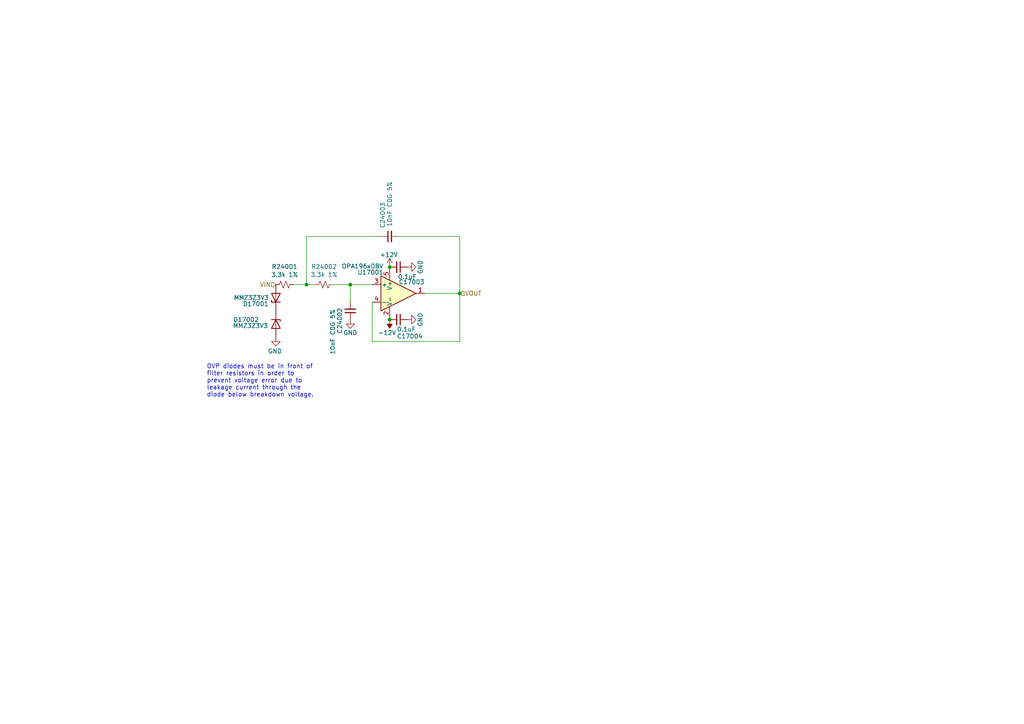
<source format=kicad_sch>
(kicad_sch (version 20231120) (generator "eeschema") (generator_version "8.0")
  (paper "A4")
  (lib_symbols
    (symbol "Amplifier_Operational:OPA196xDBV" (pin_names (offset 0.127))
      (property "Reference" "U" (at -1.27 6.35 0))
      (property "Value" "OPA196xDBV" (at -1.27 3.81 0))
      (symbol "OPA196xDBV_0_1"
        (polyline (pts (xy -5.08 5.08) (xy 5.08 0) (xy -5.08 -5.08) (xy -5.08 5.08)) (stroke (width 0.254)) (fill (type background)))
        (pin power_in line (at -2.54 -7.62 90) (length 3.81) (name "V-") (number "2"))
        (pin power_in line (at -2.54 7.62 270) (length 3.81) (name "V+") (number "5"))
      )
      (symbol "OPA196xDBV_1_1"
        (pin output line (at 7.62 0 180) (length 2.54) (name "~") (number "1"))
        (pin input line (at -7.62 2.54 0) (length 2.54) (name "+") (number "3"))
        (pin input line (at -7.62 -2.54 0) (length 2.54) (name "-") (number "4"))
      )
    )
    (symbol "Device:C_Small" (pin_numbers hide) (pin_names (offset 0.254) hide)
      (property "Reference" "C" (at 0.254 1.778 0))
      (property "Value" "C_Small" (at 0.254 -2.032 0))
      (symbol "C_Small_0_1"
        (polyline (pts (xy -1.524 -0.508) (xy 1.524 -0.508)) (stroke (width 0.3302)))
        (polyline (pts (xy -1.524 0.508) (xy 1.524 0.508)) (stroke (width 0.3048)))
      )
      (symbol "C_Small_1_1"
        (pin passive line (at 0 2.54 270) (length 2.032) (name "~") (number "1"))
        (pin passive line (at 0 -2.54 90) (length 2.032) (name "~") (number "2"))
      )
    )
    (symbol "Device:D_Zener" (pin_numbers hide) (pin_names (offset 1.016) hide)
      (property "Reference" "D" (at 0 2.54 0))
      (property "Value" "D_Zener" (at 0 -2.54 0))
      (symbol "D_Zener_0_1"
        (polyline (pts (xy 1.27 0) (xy -1.27 0)))
        (polyline (pts (xy -1.27 -1.27) (xy -1.27 1.27) (xy -0.762 1.27)) (stroke (width 0.254)))
        (polyline (pts (xy 1.27 -1.27) (xy 1.27 1.27) (xy -1.27 0) (xy 1.27 -1.27)) (stroke (width 0.254)))
      )
      (symbol "D_Zener_1_1"
        (pin passive line (at -3.81 0 0) (length 2.54) (name "K") (number "1"))
        (pin passive line (at 3.81 0 180) (length 2.54) (name "A") (number "2"))
      )
    )
    (symbol "Device:R_Small_US" (pin_numbers hide) (pin_names (offset 0.254) hide)
      (property "Reference" "R" (at 0.762 0.508 0))
      (property "Value" "R_Small_US" (at 0.762 -1.016 0))
      (symbol "R_Small_US_1_1"
        (polyline (pts (xy 0 0) (xy 1.016 -0.381) (xy 0 -0.762) (xy -1.016 -1.143) (xy 0 -1.524)))
        (polyline (pts (xy 0 1.524) (xy 1.016 1.143) (xy 0 0.762) (xy -1.016 0.381) (xy 0 0)))
        (pin passive line (at 0 2.54 270) (length 1.016) (name "~") (number "1"))
        (pin passive line (at 0 -2.54 90) (length 1.016) (name "~") (number "2"))
      )
    )
    (symbol "power:+12V" (power) (pin_numbers hide) (pin_names (offset 0) hide)
      (property "Value" "+12V" (at 0 3.556 0))
      (symbol "+12V_0_1"
        (polyline (pts (xy -0.762 1.27) (xy 0 2.54)))
        (polyline (pts (xy 0 0) (xy 0 2.54)))
        (polyline (pts (xy 0 2.54) (xy 0.762 1.27)))
      )
      (symbol "+12V_1_1"
        (pin power_in line (at 0 0 90) (length 0) (name "~") (number "1"))
      )
    )
    (symbol "power:-12V" (power) (pin_numbers hide) (pin_names (offset 0) hide)
      (property "Value" "-12V" (at 0 3.556 0))
      (symbol "-12V_0_0"
        (pin power_in line (at 0 0 90) (length 0) (name "~") (number "1"))
      )
      (symbol "-12V_0_1"
        (polyline (pts (xy 0 0) (xy 0 1.27) (xy 0.762 1.27) (xy 0 2.54) (xy -0.762 1.27) (xy 0 1.27)) (fill (type outline)))
      )
    )
    (symbol "power:GND" (power) (pin_names (offset 0))
      (property "Value" "GND" (at 0 -3.81 0))
      (symbol "GND_0_1"
        (polyline (pts (xy 0 0) (xy 0 -1.27) (xy 1.27 -1.27) (xy 0 -2.54) (xy -1.27 -1.27) (xy 0 -1.27)))
      )
      (symbol "GND_1_1"
        (pin power_in line (at 0 0 270) (length 0) hide (name "GND") (number "1"))
      )
    )
  )
  (junction (at 113.03 77.47))
  (junction (at 113.03 92.71))
  (junction (at 133.35 85.09))
  (junction (at 101.6 82.55))
  (junction (at 88.9 82.55))
  (wire (pts (xy 88.9 82.55) (xy 91.44 82.55)))
  (wire (pts (xy 123.19 85.09) (xy 133.35 85.09)))
  (wire (pts (xy 107.95 87.63) (xy 107.95 99.06)))
  (wire (pts (xy 133.35 68.58) (xy 133.35 85.09)))
  (wire (pts (xy 115.57 68.58) (xy 133.35 68.58)))
  (wire (pts (xy 85.09 82.55) (xy 88.9 82.55)))
  (wire (pts (xy 96.52 82.55) (xy 101.6 82.55)))
  (wire (pts (xy 101.6 82.55) (xy 101.6 87.63)))
  (wire (pts (xy 107.95 99.06) (xy 133.35 99.06)))
  (wire (pts (xy 101.6 82.55) (xy 107.95 82.55)))
  (wire (pts (xy 88.9 68.58) (xy 88.9 82.55)))
  (wire (pts (xy 110.49 68.58) (xy 88.9 68.58)))
  (wire (pts (xy 133.35 99.06) (xy 133.35 85.09)))
  (text "OVP diodes must be in front of\nfilter resistors in order to\nprevent voltage error due to\nleakage current through the\ndiode below breakdown voltage." (at 59.944 110.49 0) (effects (font (size 1.27 1.27)) (justify left)))
  (hierarchical_label "VIN" (shape input) (at 80.01 82.55 180))
  (hierarchical_label "VOUT" (shape input) (at 133.35 85.09 0))
  (symbol (lib_id "power:-12V") (at 113.03 92.71 180) (unit 1)
    (property "Reference" "#PWR17004" (effects (hide yes)))
    (property "Value" "-12V" (at 112.268 96.52 0))
    (property "Description" "Power symbol creates a global label with name \"-12V\"" (effects (hide yes)))
    (instances (project "analog_frontend_panel" (path "" (reference "#PWR17004") (unit 1)) (path "" (reference "#PWR18004") (unit 1)) (path "" (reference "#PWR25004") (unit 1)) (path "" (reference "#PWR30004") (unit 1)) (path "" (reference "#PWR28003") (unit 1)) (path "" (reference "#PWR24004") (unit 1)) (path "" (reference "#PWR21004") (unit 1)) (path "" (reference "#PWR16004") (unit 1)) (path "" (reference "#PWR42008") (unit 1)) (path "" (reference "#PWR31006") (unit 1)) (path "" (reference "#PWR15004") (unit 1))))
  )
  (symbol (lib_id "Device:C_Small") (at 101.6 90.17 180) (unit 1)
    (property "Reference" "C35001" (at 98.552 96.774 90) (effects (justify right)))
    (property "Value" "10nF C0G 5%" (at 96.52 102.87 90) (effects (justify right)))
    (property "Footprint" "Capacitor_SMD:C_0402_1005Metric" (effects (hide yes)))
    (property "LCSC" "C3855387" (effects (hide yes)))
    (instances (project "analog_i" (path "" (reference "C24002") (unit 1)) (path "" (reference "C27001") (unit 1)) (path "" (reference "C45001") (unit 1)) (path "" (reference "C31001") (unit 1)) (path "" (reference "C33001") (unit 1)) (path "" (reference "C41001") (unit 1)) (path "" (reference "C47001") (unit 1)) (path "" (reference "C35001") (unit 1)) (path "" (reference "C43001") (unit 1)) (path "" (reference "C29001") (unit 1)) (path "" (reference "C21001") (unit 1))) (project "analog_frontend_panel" (path "" (reference "C17001") (unit 1)) (path "" (reference "C18001") (unit 1)) (path "" (reference "C25001") (unit 1)) (path "" (reference "C32002") (unit 1)) (path "" (reference "C30001") (unit 1)) (path "" (reference "C24001") (unit 1)) (path "" (reference "C21001") (unit 1)) (path "" (reference "C16001") (unit 1)) (path "" (reference "C44001") (unit 1)) (path "" (reference "C33002") (unit 1)) (path "" (reference "C15001") (unit 1))))
  )
  (symbol (lib_id "Device:D_Zener") (at 80.01 93.98 270) (unit 1)
    (property "Reference" "D17002" (at 71.374 92.71 90))
    (property "Value" "MMZ3Z3V3" (at 72.644 94.488 90))
    (property "Footprint" "Diode_SMD:D_SOD-323" (effects (hide yes)))
    (property "LCSC" "C52056" (effects (hide yes)))
    (instances (project "analog_frontend_panel" (path "" (reference "D17002") (unit 1)) (path "" (reference "D18002") (unit 1)) (path "" (reference "D25002") (unit 1)) (path "" (reference "D30002") (unit 1)) (path "" (reference "D28002") (unit 1)) (path "" (reference "D24002") (unit 1)) (path "" (reference "D21002") (unit 1)) (path "" (reference "D16002") (unit 1)) (path "" (reference "D42003") (unit 1)) (path "" (reference "D31002") (unit 1)) (path "" (reference "D15002") (unit 1))))
  )
  (symbol (lib_id "Device:D_Zener") (at 80.01 86.36 90) (unit 1)
    (property "Reference" "D17001" (at 74.168 88.138 90))
    (property "Value" "MMZ3Z3V3" (at 72.898 86.36 90))
    (property "Footprint" "Diode_SMD:D_SOD-323" (effects (hide yes)))
    (property "LCSC" "C52056" (effects (hide yes)))
    (instances (project "analog_frontend_panel" (path "" (reference "D17001") (unit 1)) (path "" (reference "D18001") (unit 1)) (path "" (reference "D25001") (unit 1)) (path "" (reference "D30001") (unit 1)) (path "" (reference "D28001") (unit 1)) (path "" (reference "D24001") (unit 1)) (path "" (reference "D21001") (unit 1)) (path "" (reference "D16001") (unit 1)) (path "" (reference "D42002") (unit 1)) (path "" (reference "D31001") (unit 1)) (path "" (reference "D15001") (unit 1))))
  )
  (symbol (lib_id "power:GND") (at 80.01 97.79 0) (unit 1)
    (property "Reference" "#PWR17002" (effects (hide yes)))
    (property "Value" "GND" (at 81.788 101.854 0) (effects (justify right)))
    (instances (project "analog_frontend_panel" (path "" (reference "#PWR17002") (unit 1)) (path "" (reference "#PWR18002") (unit 1)) (path "" (reference "#PWR25001") (unit 1)) (path "" (reference "#PWR30002") (unit 1)) (path "" (reference "#PWR28001") (unit 1)) (path "" (reference "#PWR24002") (unit 1)) (path "" (reference "#PWR21002") (unit 1)) (path "" (reference "#PWR16002") (unit 1)) (path "" (reference "#PWR42006") (unit 1)) (path "" (reference "#PWR31003") (unit 1)) (path "" (reference "#PWR15002") (unit 1))))
  )
  (symbol (lib_id "Device:R_Small_US") (at 82.55 82.55 90) (unit 1)
    (property "Reference" "R35001" (at 82.55 77.343 90))
    (property "Value" "3.3k 1%" (at 82.55 79.6544 90))
    (property "Footprint" "Resistor_SMD:R_0402_1005Metric" (effects (hide yes)))
    (property "LCSC" "C25890" (effects (hide yes)))
    (instances (project "analog_i" (path "" (reference "R24001") (unit 1)) (path "" (reference "R27001") (unit 1)) (path "" (reference "R45001") (unit 1)) (path "" (reference "R31001") (unit 1)) (path "" (reference "R33001") (unit 1)) (path "" (reference "R41001") (unit 1)) (path "" (reference "R47001") (unit 1)) (path "" (reference "R35001") (unit 1)) (path "" (reference "R43001") (unit 1)) (path "" (reference "R29001") (unit 1)) (path "" (reference "R21001") (unit 1))) (project "analog_frontend_panel" (path "" (reference "R17001") (unit 1)) (path "" (reference "R18001") (unit 1)) (path "" (reference "R25001") (unit 1)) (path "" (reference "R32001") (unit 1)) (path "" (reference "R30001") (unit 1)) (path "" (reference "R24001") (unit 1)) (path "" (reference "R21001") (unit 1)) (path "" (reference "R16001") (unit 1)) (path "" (reference "R44001") (unit 1)) (path "" (reference "R33001") (unit 1)) (path "" (reference "R15001") (unit 1))))
  )
  (symbol (lib_id "power:GND") (at 118.11 92.71 90) (unit 1)
    (property "Reference" "#PWR17006" (effects (hide yes)))
    (property "Value" "GND" (at 121.92 92.71 0))
    (instances (project "analog_frontend_panel" (path "" (reference "#PWR17006") (unit 1)) (path "" (reference "#PWR18006") (unit 1)) (path "" (reference "#PWR25006") (unit 1)) (path "" (reference "#PWR30006") (unit 1)) (path "" (reference "#PWR28005") (unit 1)) (path "" (reference "#PWR24006") (unit 1)) (path "" (reference "#PWR21006") (unit 1)) (path "" (reference "#PWR16006") (unit 1)) (path "" (reference "#PWR42010") (unit 1)) (path "" (reference "#PWR31008") (unit 1)) (path "" (reference "#PWR15006") (unit 1))))
  )
  (symbol (lib_id "power:GND") (at 118.11 77.47 90) (unit 1)
    (property "Reference" "#PWR17005" (effects (hide yes)))
    (property "Value" "GND" (at 121.92 77.47 0))
    (instances (project "analog_frontend_panel" (path "" (reference "#PWR17005") (unit 1)) (path "" (reference "#PWR18005") (unit 1)) (path "" (reference "#PWR25005") (unit 1)) (path "" (reference "#PWR30005") (unit 1)) (path "" (reference "#PWR28004") (unit 1)) (path "" (reference "#PWR24005") (unit 1)) (path "" (reference "#PWR21005") (unit 1)) (path "" (reference "#PWR16005") (unit 1)) (path "" (reference "#PWR42009") (unit 1)) (path "" (reference "#PWR31007") (unit 1)) (path "" (reference "#PWR15005") (unit 1))))
  )
  (symbol (lib_id "Amplifier_Operational:OPA196xDBV") (at 115.57 85.09 0) (unit 1)
    (property "Reference" "U17001" (at 107.442 78.994 0))
    (property "Value" "OPA196xDBV" (at 105.156 77.216 0))
    (property "Footprint" "Package_TO_SOT_SMD:SOT-23-5" (effects (hide yes)))
    (property "Datasheet" "http://www.ti.com/lit/ds/symlink/opa4196.pdf" (effects (hide yes)))
    (property "Description" "Single, Low-Power, Low Offset Voltage, Rail-to-Rail Operational Amplifier, SOT-23-5" (effects (hide yes)))
    (instances (project "analog_frontend_panel" (path "" (reference "U17001") (unit 1)) (path "" (reference "U18001") (unit 1)) (path "" (reference "U25001") (unit 1)) (path "" (reference "U30001") (unit 1)) (path "" (reference "U28001") (unit 1)) (path "" (reference "U24001") (unit 1)) (path "" (reference "U21001") (unit 1)) (path "" (reference "U16001") (unit 1)) (path "" (reference "U42002") (unit 1)) (path "" (reference "U31001") (unit 1)) (path "" (reference "U15001") (unit 1))))
  )
  (symbol (lib_id "Device:R_Small_US") (at 93.98 82.55 90) (unit 1)
    (property "Reference" "R35002" (at 93.98 77.343 90))
    (property "Value" "3.3k 1%" (at 93.98 79.6544 90))
    (property "Footprint" "Resistor_SMD:R_0402_1005Metric" (effects (hide yes)))
    (property "LCSC" "C25890" (effects (hide yes)))
    (instances (project "analog_i" (path "" (reference "R24002") (unit 1)) (path "" (reference "R27002") (unit 1)) (path "" (reference "R45002") (unit 1)) (path "" (reference "R31002") (unit 1)) (path "" (reference "R33002") (unit 1)) (path "" (reference "R41002") (unit 1)) (path "" (reference "R47002") (unit 1)) (path "" (reference "R35002") (unit 1)) (path "" (reference "R43002") (unit 1)) (path "" (reference "R29002") (unit 1)) (path "" (reference "R21002") (unit 1))) (project "analog_frontend_panel" (path "" (reference "R17002") (unit 1)) (path "" (reference "R18002") (unit 1)) (path "" (reference "R25002") (unit 1)) (path "" (reference "R32002") (unit 1)) (path "" (reference "R30002") (unit 1)) (path "" (reference "R24002") (unit 1)) (path "" (reference "R21002") (unit 1)) (path "" (reference "R16002") (unit 1)) (path "" (reference "R44002") (unit 1)) (path "" (reference "R33002") (unit 1)) (path "" (reference "R15002") (unit 1))))
  )
  (symbol (lib_id "Device:C_Small") (at 115.57 77.47 270) (unit 1)
    (property "Reference" "C17003" (at 119.38 81.788 90))
    (property "Value" "0.1uF" (at 118.11 80.264 90))
    (property "Footprint" "Capacitor_SMD:C_0402_1005Metric" (effects (hide yes)))
    (instances (project "analog_frontend_panel" (path "" (reference "C17003") (unit 1)) (path "" (reference "C18003") (unit 1)) (path "" (reference "C25003") (unit 1)) (path "" (reference "C30003") (unit 1)) (path "" (reference "C28001") (unit 1)) (path "" (reference "C24003") (unit 1)) (path "" (reference "C21003") (unit 1)) (path "" (reference "C16003") (unit 1)) (path "" (reference "C42002") (unit 1)) (path "" (reference "C31002") (unit 1)) (path "" (reference "C15003") (unit 1))))
  )
  (symbol (lib_id "Device:C_Small") (at 115.57 92.71 270) (unit 1)
    (property "Reference" "C17004" (at 118.872 97.536 90))
    (property "Value" "0.1uF" (at 117.856 95.504 90))
    (property "Footprint" "Capacitor_SMD:C_0402_1005Metric" (effects (hide yes)))
    (instances (project "analog_frontend_panel" (path "" (reference "C17004") (unit 1)) (path "" (reference "C18004") (unit 1)) (path "" (reference "C25004") (unit 1)) (path "" (reference "C30004") (unit 1)) (path "" (reference "C28002") (unit 1)) (path "" (reference "C24004") (unit 1)) (path "" (reference "C21004") (unit 1)) (path "" (reference "C16004") (unit 1)) (path "" (reference "C42003") (unit 1)) (path "" (reference "C31003") (unit 1)) (path "" (reference "C15004") (unit 1))))
  )
  (symbol (lib_id "Device:C_Small") (at 113.03 68.58 90) (unit 1)
    (property "Reference" "C35002" (at 110.998 58.674 0) (effects (justify right)))
    (property "Value" "10nF C0G 5%" (at 113.03 52.578 0) (effects (justify right)))
    (property "Footprint" "Capacitor_SMD:C_0402_1005Metric" (effects (hide yes)))
    (property "LCSC" "C3855387" (effects (hide yes)))
    (instances (project "analog_i" (path "" (reference "C24003") (unit 1)) (path "" (reference "C27002") (unit 1)) (path "" (reference "C45002") (unit 1)) (path "" (reference "C31002") (unit 1)) (path "" (reference "C33002") (unit 1)) (path "" (reference "C41002") (unit 1)) (path "" (reference "C47002") (unit 1)) (path "" (reference "C35002") (unit 1)) (path "" (reference "C43002") (unit 1)) (path "" (reference "C29002") (unit 1)) (path "" (reference "C21002") (unit 1))) (project "analog_frontend_panel" (path "" (reference "C17002") (unit 1)) (path "" (reference "C18002") (unit 1)) (path "" (reference "C25002") (unit 1)) (path "" (reference "C32003") (unit 1)) (path "" (reference "C30002") (unit 1)) (path "" (reference "C24002") (unit 1)) (path "" (reference "C21002") (unit 1)) (path "" (reference "C16002") (unit 1)) (path "" (reference "C44002") (unit 1)) (path "" (reference "C33003") (unit 1)) (path "" (reference "C15002") (unit 1))))
  )
  (symbol (lib_id "power:+12V") (at 113.03 77.47 0) (unit 1)
    (property "Reference" "#PWR17003" (effects (hide yes)))
    (property "Value" "+12V" (at 112.776 73.914 0))
    (property "Description" "Power symbol creates a global label with name \"+12V\"" (effects (hide yes)))
    (instances (project "analog_frontend_panel" (path "" (reference "#PWR17003") (unit 1)) (path "" (reference "#PWR18003") (unit 1)) (path "" (reference "#PWR25003") (unit 1)) (path "" (reference "#PWR30003") (unit 1)) (path "" (reference "#PWR28002") (unit 1)) (path "" (reference "#PWR24003") (unit 1)) (path "" (reference "#PWR21003") (unit 1)) (path "" (reference "#PWR16003") (unit 1)) (path "" (reference "#PWR42007") (unit 1)) (path "" (reference "#PWR31005") (unit 1)) (path "" (reference "#PWR15003") (unit 1))))
  )
  (symbol (lib_id "power:GND") (at 101.6 92.71 0) (unit 1)
    (property "Reference" "#PWR205" (effects (hide yes)))
    (property "Value" "GND" (at 101.6 96.52 0))
    (instances (project "analog_i" (path "" (reference "#PWR177") (unit 1)) (path "" (reference "#PWR185") (unit 1)) (path "" (reference "#PWR250") (unit 1)) (path "" (reference "#PWR195") (unit 1)) (path "" (reference "#PWR200") (unit 1)) (path "" (reference "#PWR232") (unit 1)) (path "" (reference "#PWR259") (unit 1)) (path "" (reference "#PWR205") (unit 1)) (path "" (reference "#PWR241") (unit 1)) (path "" (reference "#PWR190") (unit 1)) (path "" (reference "#PWR169") (unit 1))) (project "analog_frontend_panel" (path "" (reference "#PWR17001") (unit 1)) (path "" (reference "#PWR18001") (unit 1)) (path "" (reference "#PWR25002") (unit 1)) (path "" (reference "#PWR32004") (unit 1)) (path "" (reference "#PWR30001") (unit 1)) (path "" (reference "#PWR24001") (unit 1)) (path "" (reference "#PWR21001") (unit 1)) (path "" (reference "#PWR16001") (unit 1)) (path "" (reference "#PWR44004") (unit 1)) (path "" (reference "#PWR33001") (unit 1)) (path "" (reference "#PWR15001") (unit 1))))
  )
)
</source>
